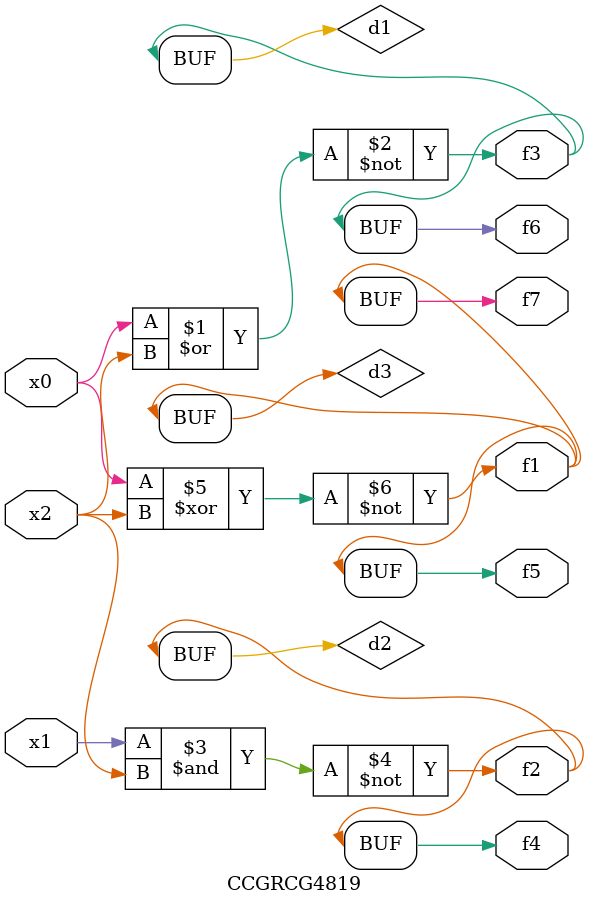
<source format=v>
module CCGRCG4819(
	input x0, x1, x2,
	output f1, f2, f3, f4, f5, f6, f7
);

	wire d1, d2, d3;

	nor (d1, x0, x2);
	nand (d2, x1, x2);
	xnor (d3, x0, x2);
	assign f1 = d3;
	assign f2 = d2;
	assign f3 = d1;
	assign f4 = d2;
	assign f5 = d3;
	assign f6 = d1;
	assign f7 = d3;
endmodule

</source>
